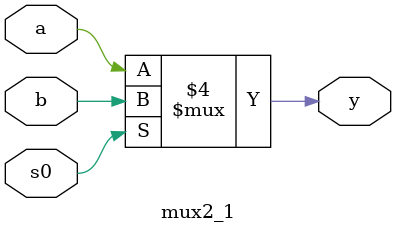
<source format=v>
module mux2_1(a,b,s0,y);
input a,b,s0;
output reg y;
always @(*) begin
    if (s0 == 0)
        y = a;
    else
        y = b;
end
endmodule

</source>
